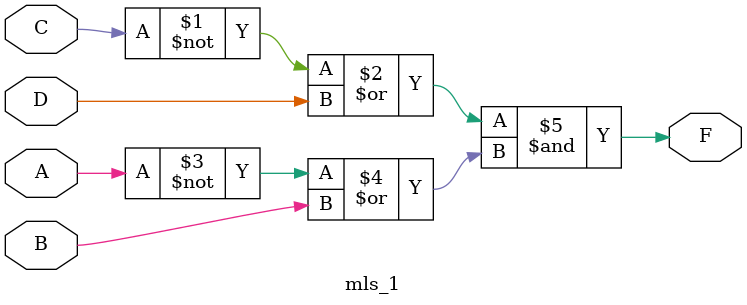
<source format=v>
`timescale 1ns / 1ps


module mls_1(
    A,B,C,D,F
    );
    input A,B,C,D;
    output F;
    assign F = (~C|D)&(~A|B);
endmodule

</source>
